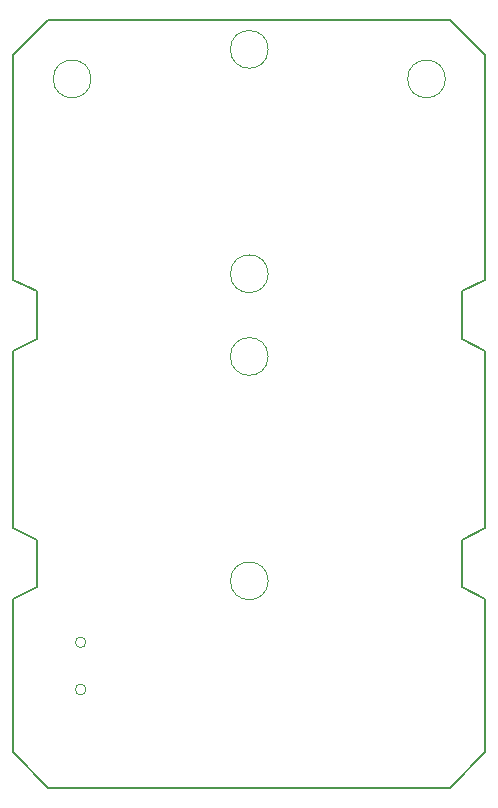
<source format=gbr>
%TF.GenerationSoftware,KiCad,Pcbnew,(6.0.5)*%
%TF.CreationDate,2023-08-08T13:51:24+01:00*%
%TF.ProjectId,Beacon-driver,42656163-6f6e-42d6-9472-697665722e6b,1.0*%
%TF.SameCoordinates,Original*%
%TF.FileFunction,Profile,NP*%
%FSLAX46Y46*%
G04 Gerber Fmt 4.6, Leading zero omitted, Abs format (unit mm)*
G04 Created by KiCad (PCBNEW (6.0.5)) date 2023-08-08 13:51:24*
%MOMM*%
%LPD*%
G01*
G04 APERTURE LIST*
%TA.AperFunction,Profile*%
%ADD10C,0.010000*%
%TD*%
%TA.AperFunction,Profile*%
%ADD11C,0.200000*%
%TD*%
%TA.AperFunction,Profile*%
%ADD12C,0.001000*%
%TD*%
G04 APERTURE END LIST*
D10*
X86181625Y-102415938D02*
G75*
G03*
X86181625Y-102415938I-1600001J0D01*
G01*
X101181622Y-118915937D02*
G75*
G03*
X101181622Y-118915937I-1599999J0D01*
G01*
X101181624Y-99915938D02*
G75*
G03*
X101181624Y-99915938I-1600000J0D01*
G01*
X116181622Y-102415938D02*
G75*
G03*
X116181622Y-102415938I-1599999J0D01*
G01*
X101181624Y-125915938D02*
G75*
G03*
X101181624Y-125915938I-1600001J0D01*
G01*
D11*
X119581624Y-100415938D02*
X119581622Y-119415938D01*
X117581624Y-120415938D01*
X117581624Y-124415938D01*
X119581623Y-125415938D01*
X119581624Y-140415938D01*
X117581623Y-141415937D01*
X117581623Y-145415938D01*
X119581624Y-146415938D01*
X119581624Y-159415938D01*
X116581624Y-162415938D01*
X82581624Y-162415938D01*
X79581624Y-159415937D01*
X79581624Y-146415938D01*
X81581623Y-145415938D01*
X81581623Y-141415938D01*
X79581624Y-140415938D01*
X79581624Y-125415938D01*
X81581624Y-124415938D01*
X81581624Y-120415938D01*
X79581624Y-119415938D01*
X79581624Y-100415937D01*
X82581623Y-97415938D01*
X116581624Y-97415938D01*
X119581624Y-100415938D01*
D10*
X101181622Y-144915938D02*
G75*
G03*
X101181622Y-144915938I-1599999J0D01*
G01*
D12*
%TO.C,SW1*%
X85750000Y-150115938D02*
G75*
G03*
X85750000Y-150115938I-450000J0D01*
G01*
X85750000Y-154115938D02*
G75*
G03*
X85750000Y-154115938I-450000J0D01*
G01*
%TD*%
M02*

</source>
